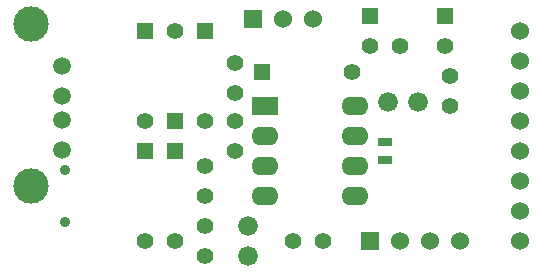
<source format=gbs>
G04 (created by PCBNEW (2013-mar-13)-testing) date Sun 28 Sep 2014 03:02:52 PM PDT*
%MOIN*%
G04 Gerber Fmt 3.4, Leading zero omitted, Abs format*
%FSLAX34Y34*%
G01*
G70*
G90*
G04 APERTURE LIST*
%ADD10C,0.005906*%
%ADD11R,0.055000X0.055000*%
%ADD12C,0.055000*%
%ADD13C,0.035400*%
%ADD14C,0.066000*%
%ADD15R,0.090000X0.062000*%
%ADD16O,0.090000X0.062000*%
%ADD17R,0.060000X0.060000*%
%ADD18C,0.060000*%
%ADD19C,0.059100*%
%ADD20C,0.118100*%
%ADD21R,0.045000X0.025000*%
G04 APERTURE END LIST*
G54D10*
G54D11*
X56000Y-36500D03*
G54D12*
X56000Y-37500D03*
X50917Y-44000D03*
X51917Y-44000D03*
G54D13*
X43335Y-41653D03*
X43335Y-43385D03*
G54D11*
X46000Y-37000D03*
G54D12*
X46000Y-40000D03*
G54D11*
X46000Y-41000D03*
G54D12*
X46000Y-44000D03*
G54D11*
X47000Y-41000D03*
G54D12*
X47000Y-44000D03*
G54D11*
X49877Y-38385D03*
G54D12*
X52877Y-38385D03*
G54D14*
X54106Y-39370D03*
X55106Y-39370D03*
G54D11*
X48000Y-37000D03*
G54D12*
X48000Y-40000D03*
G54D11*
X47000Y-40000D03*
G54D12*
X47000Y-37000D03*
G54D14*
X49409Y-43500D03*
X49409Y-44500D03*
G54D15*
X50000Y-39500D03*
G54D16*
X50000Y-40500D03*
X50000Y-41500D03*
X50000Y-42500D03*
X53000Y-42500D03*
X53000Y-41500D03*
X53000Y-40500D03*
X53000Y-39500D03*
G54D17*
X49590Y-36614D03*
G54D18*
X50590Y-36614D03*
X51590Y-36614D03*
G54D19*
X43228Y-40966D03*
X43228Y-39966D03*
X43228Y-39166D03*
X43228Y-38166D03*
G54D20*
X42178Y-42166D03*
X42178Y-36766D03*
G54D12*
X49000Y-38082D03*
X49000Y-39082D03*
X49000Y-40000D03*
X49000Y-41000D03*
X48000Y-41500D03*
X48000Y-42500D03*
X56141Y-39500D03*
X56141Y-38500D03*
X48000Y-43500D03*
X48000Y-44500D03*
G54D21*
X54000Y-41300D03*
X54000Y-40700D03*
G54D11*
X53500Y-36500D03*
G54D12*
X53500Y-37500D03*
X54500Y-37500D03*
G54D18*
X58500Y-37000D03*
X58500Y-38000D03*
X58500Y-39000D03*
X58500Y-40000D03*
X58500Y-41000D03*
X58500Y-42000D03*
X58500Y-43000D03*
X58500Y-44000D03*
G54D17*
X53500Y-44000D03*
G54D18*
X54500Y-44000D03*
X55500Y-44000D03*
X56500Y-44000D03*
M02*

</source>
